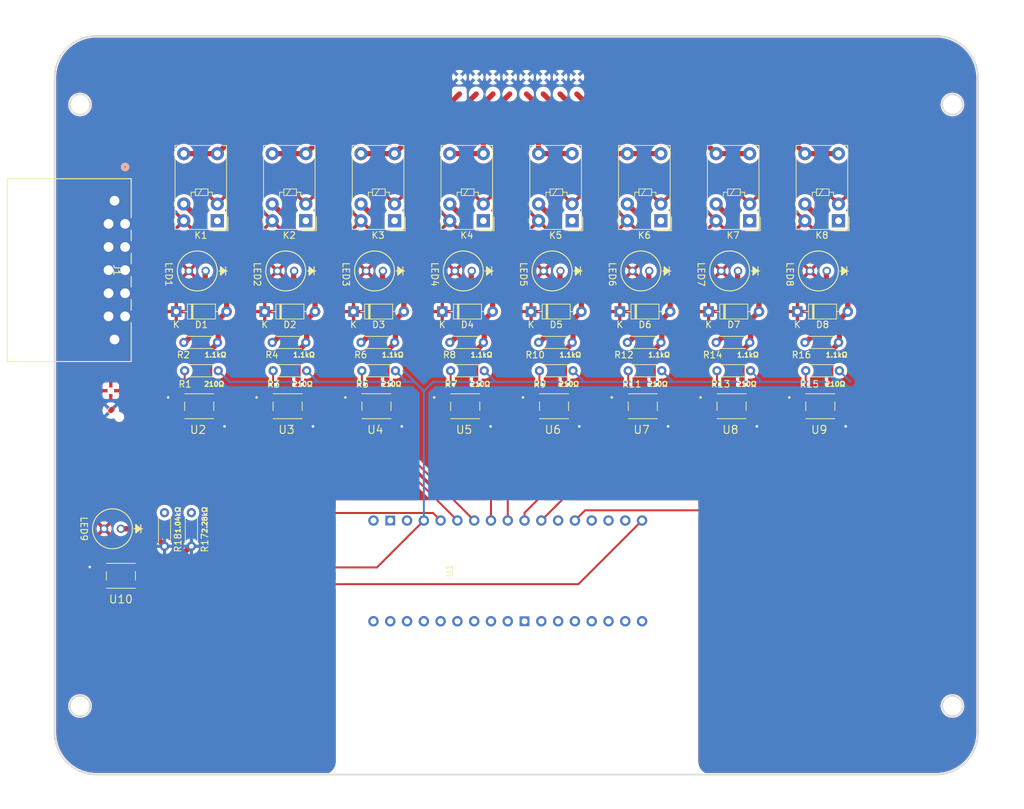
<source format=kicad_pcb>
(kicad_pcb (version 20221018) (generator pcbnew)
  (layers (0 "F.Cu" signal) (31 "B.Cu" signal) (34 "B.Paste" user) (35 "F.Paste" user) (36 "B.SilkS" user "B.Silkscreen") (37 "F.SilkS" user "F.Silkscreen") (38 "B.Mask" user) (39 "F.Mask" user) (44 "Edge.Cuts" user))
  (net 0 "")
  (net 1 "+24V")
  (net 2 "Net-(D1-A)")
  (net 3 "Net-(D2-A)")
  (net 4 "Net-(D3-A)")
  (net 5 "Net-(D4-A)")
  (net 6 "Net-(D5-A)")
  (net 7 "Net-(D6-A)")
  (net 8 "Net-(D7-A)")
  (net 9 "Net-(D8-A)")
  (net 10 "/S1")
  (net 11 "GND")
  (net 12 "/S2")
  (net 13 "/S3")
  (net 14 "/S4")
  (net 15 "/S5")
  (net 16 "/S6")
  (net 17 "/S7")
  (net 18 "/S8")
  (net 27 "Net-(LED1-Pad1)")
  (net 28 "Net-(LED2-Pad1)")
  (net 29 "Net-(LED3-Pad1)")
  (net 30 "Net-(LED4-Pad1)")
  (net 31 "Net-(LED5-Pad1)")
  (net 32 "Net-(LED6-Pad1)")
  (net 33 "Net-(LED7-Pad1)")
  (net 34 "Net-(LED8-Pad1)")
  (net 35 "/MCU 3.3v")
  (net 36 "Net-(R1-Pad2)")
  (net 37 "Net-(R3-Pad2)")
  (net 38 "Net-(R5-Pad2)")
  (net 39 "Net-(R7-Pad2)")
  (net 40 "Net-(R9-Pad2)")
  (net 41 "Net-(R11-Pad2)")
  (net 42 "Net-(R13-Pad2)")
  (net 43 "Net-(R15-Pad2)")
  (net 44 "Net-(R17-Pad1)")
  (net 48 "/IO1")
  (net 49 "/IO2")
  (net 50 "/IO3")
  (net 51 "/IO4")
  (net 52 "/IO5")
  (net 53 "/IO21")
  (net 54 "/IO0")
  (net 56 "/IO16")
  (net 60 "/IO12")
  (net 78 "Net-(LED9-Pad1)")
  (footprint "Resistor:R_Axial_DIN0204_L3.6mm_D1.6mm_P5.08mm_Horizontal-JW" (layer "F.Cu") (at 117.135785 90.27882 180)
    (fp_text reference "R3")
    (fp_text value "210Ω")
  )
  (footprint "PC365NJ0000F:PC365NJ0000F" (layer "F.Cu") (at 154.55989 95.654)
    (fp_text reference "U6")
    (fp_text value "PC365NJ0000F")
  )
  (footprint "Resistor:R_Axial_DIN0204_L3.6mm_D1.6mm_P5.08mm_Horizontal-JW" (layer "F.Cu") (at 152.23289 86.002)
    (fp_text reference "R10")
    (fp_text value "1.1kΩ")
  )
  (footprint "Resistor:R_Axial_DIN0204_L3.6mm_D1.6mm_P5.08mm_Horizontal-JW" (layer "F.Cu") (at 98.552 86.002)
    (fp_text reference "R2")
    (fp_text value "1.1kΩ")
  )
  (footprint "PC365NJ0000F:PC365NJ0000F" (layer "F.Cu") (at 89.022 121.308)
    (fp_text reference "U10")
    (fp_text value "PC365NJ0000F")
  )
  (footprint "Resistor:R_Axial_DIN0204_L3.6mm_D1.6mm_P5.08mm_Horizontal-JW" (layer "F.Cu") (at 144.001855 90.27882 180)
    (fp_text reference "R7")
    (fp_text value "210Ω")
  )
  (footprint "CreeLED Blue:C503B_BCN_CV0Z0461" (layer "F.Cu") (at 182.40096 75.184 180)
    (fp_text reference "LED7")
    (fp_text value "C503B-BCN-CV0Z0461")
  )
  (footprint "Relay_THT:Relay_SPDT_Omron_G5V-1" (layer "F.Cu") (at 184.16846 67.5915 180)
    (fp_text reference "K7")
    (fp_text value "G5V-1")
  )
  (footprint "Diode_THT:D_DO-35_SOD27_P7.62mm_Horizontal" (layer "F.Cu") (at 151.08489 81.32846)
    (fp_text reference "D5")
    (fp_text value "1N4148")
  )
  (footprint "CreeLED Blue:C503B_BCN_CV0Z0461" (layer "F.Cu") (at 168.967925 75.184 180)
    (fp_text reference "LED6")
    (fp_text value "C503B-BCN-CV0Z0461")
  )
  (footprint "CreeLED Blue:C503B_BCN_CV0Z0461" (layer "F.Cu") (at 101.854 75.184 180)
    (fp_text reference "LED1")
    (fp_text value "C503B-BCN-CV0Z0461")
  )
  (footprint "Resistor:R_Axial_DIN0204_L3.6mm_D1.6mm_P5.08mm_Horizontal-JW" (layer "F.Cu") (at 197.734 90.27882 180)
    (fp_text reference "R15")
    (fp_text value "210Ω")
  )
  (footprint "Diode_THT:D_DO-35_SOD27_P7.62mm_Horizontal" (layer "F.Cu") (at 137.651855 81.32846)
    (fp_text reference "D4")
    (fp_text value "1N4148")
  )
  (footprint "Resistor:R_Axial_DIN0204_L3.6mm_D1.6mm_P5.08mm_Horizontal-JW" (layer "F.Cu") (at 103.754 90.27882 180)
    (fp_text reference "R1")
    (fp_text value "210Ω")
  )
  (footprint "PC365NJ0000F:PC365NJ0000F" (layer "F.Cu") (at 181.42596 95.654)
    (fp_text reference "U8")
    (fp_text value "PC365NJ0000F")
  )
  (footprint "PC365NJ0000F:PC365NJ0000F" (layer "F.Cu") (at 167.992925 95.654)
    (fp_text reference "U7")
    (fp_text value "PC365NJ0000F")
  )
  (footprint "ProS3:ProS3_TH" (layer "F.Cu") (at 147.5635 120.546 90)
    (fp_text reference "U1")
    (fp_text value "ProS3")
  )
  (footprint "Resistor:R_Axial_DIN0204_L3.6mm_D1.6mm_P5.08mm_Horizontal-JW" (layer "F.Cu") (at 99.69 111.76 -90)
    (fp_text reference "R17")
    (fp_text value "2.28kΩ")
  )
  (footprint "Diode_THT:D_DO-35_SOD27_P7.62mm_Horizontal" (layer "F.Cu") (at 164.517925 81.32846)
    (fp_text reference "D6")
    (fp_text value "1N4148")
  )
  (footprint "PC365NJ0000F:PC365NJ0000F" (layer "F.Cu") (at 194.859 95.654)
    (fp_text reference "U9")
    (fp_text value "PC365NJ0000F")
  )
  (footprint "Resistor:R_Axial_DIN0204_L3.6mm_D1.6mm_P5.08mm_Horizontal-JW" (layer "F.Cu") (at 192.532 86.002)
    (fp_text reference "R16")
    (fp_text value "1.1kΩ")
  )
  (footprint "Diode_THT:D_DO-35_SOD27_P7.62mm_Horizontal" (layer "F.Cu") (at 97.404 81.32846)
    (fp_text reference "D1")
    (fp_text value "1N4148")
  )
  (footprint "Resistor:R_Axial_DIN0204_L3.6mm_D1.6mm_P5.08mm_Horizontal-JW" (layer "F.Cu") (at 95.626 111.76 -90)
    (fp_text reference "R18")
    (fp_text value "1.04kΩ")
  )
  (footprint "Resistor:R_Axial_DIN0204_L3.6mm_D1.6mm_P5.08mm_Horizontal-JW" (layer "F.Cu") (at 165.665925 86.002)
    (fp_text reference "R12")
    (fp_text value "1.1kΩ")
  )
  (footprint "Resistor:R_Axial_DIN0204_L3.6mm_D1.6mm_P5.08mm_Horizontal-JW" (layer "F.Cu") (at 170.867925 90.27882 180)
    (fp_text reference "R11")
    (fp_text value "210Ω")
  )
  (footprint "CreeLED Green:C503B_GCN_CY0C0792" (layer "F.Cu") (at 89.022 114.196 180)
    (fp_text reference "LED9")
    (fp_text value "C503B-GCN-CY0C0792")
  )
  (footprint "xw4m-10d2-h1ds:xw4m-10d2-h1ds" (layer "F.Cu") (at 89.662 68.056999 -90)
    (fp_text reference "J1")
    (fp_text value "XW4M-10D2-H1DS")
  )
  (footprint "Relay_THT:Relay_SPDT_Omron_G5V-1" (layer "F.Cu") (at 130.43632 67.5915 180)
    (fp_text reference "K3")
    (fp_text value "G5V-1")
  )
  (footprint "Relay_THT:Relay_SPDT_Omron_G5V-1" (layer "F.Cu") (at 157.30239 67.5915 180)
    (fp_text reference "K5")
    (fp_text value "G5V-1")
  )
  (footprint "PC365NJ0000F:PC365NJ0000F" (layer "F.Cu") (at 114.260785 95.654)
    (fp_text reference "U3")
    (fp_text value "PC365NJ0000F")
  )
  (footprint "PC365NJ0000F:PC365NJ0000F" (layer "F.Cu") (at 127.69382 95.654)
    (fp_text reference "U4")
    (fp_text value "PC365NJ0000F")
  )
  (footprint "Diode_THT:D_DO-35_SOD27_P7.62mm_Horizontal" (layer "F.Cu") (at 110.785785 81.32846)
    (fp_text reference "D2")
    (fp_text value "1N4148")
  )
  (footprint "Diode_THT:D_DO-35_SOD27_P7.62mm_Horizontal" (layer "F.Cu") (at 191.384 81.32846)
    (fp_text reference "D8")
    (fp_text value "1N4148")
  )
  (footprint "Diode_THT:D_DO-35_SOD27_P7.62mm_Horizontal" (layer "F.Cu") (at 177.95096 81.32846)
    (fp_text reference "D7")
    (fp_text value "1N4148")
  )
  (footprint "Relay_THT:Relay_SPDT_Omron_G5V-1" (layer "F.Cu") (at 170.735425 67.5915 180)
    (fp_text reference "K6")
    (fp_text value "G5V-1")
  )
  (footprint "CreeLED Blue:C503B_BCN_CV0Z0461" (layer "F.Cu") (at 128.66882 75.184 180)
    (fp_text reference "LED3")
    (fp_text value "C503B-BCN-CV0Z0461")
  )
  (footprint "Resistor:R_Axial_DIN0204_L3.6mm_D1.6mm_P5.08mm_Horizontal-JW" (layer "F.Cu") (at 130.56882 90.27882 180)
    (fp_text reference "R5")
    (fp_text value "210Ω")
  )
  (footprint "Resistor:R_Axial_DIN0204_L3.6mm_D1.6mm_P5.08mm_Horizontal-JW" (layer "F.Cu") (at 179.09896 86.002)
    (fp_text reference "R14")
    (fp_text value "1.1kΩ")
  )
  (footprint "PC365NJ0000F:PC365NJ0000F" (layer "F.Cu") (at 100.879 95.654)
    (fp_text reference "U2")
    (fp_text value "PC365NJ0000F")
  )
  (footprint "CreeLED Blue:C503B_BCN_CV0Z0461" (layer "F.Cu") (at 155.53489 75.184 180)
    (fp_text reference "LED5")
    (fp_text value "C503B-BCN-CV0Z0461")
  )
  (footprint "CreeLED Blue:C503B_BCN_CV0Z0461" (layer "F.Cu") (at 115.235785 75.184 180)
    (fp_text reference "LED2")
    (fp_text value "C503B-BCN-CV0Z0461")
  )
  (footprint "Resistor:R_Axial_DIN0204_L3.6mm_D1.6mm_P5.08mm_Horizontal-JW" (layer "F.Cu") (at 138.799855 86.002)
    (fp_text reference "R8")
    (fp_text value "1.1kΩ")
  )
  (footprint "CreeLED Blue:C503B_BCN_CV0Z0461" (layer "F.Cu") (at 195.834 75.184 180)
    (fp_text reference "LED8")
    (fp_text value "C503B-BCN-CV0Z0461")
  )
  (footprint "Relay_THT:Relay_SPDT_Omron_G5V-1" (layer "F.Cu") (at 103.6215 67.5915 180)
    (fp_text reference "K1")
    (fp_text value "G5V-1")
  )
  (footprint "Resistor:R_Axial_DIN0204_L3.6mm_D1.6mm_P5.08mm_Horizontal-JW" (layer "F.Cu") (at 157.43489 90.27882 180)
    (fp_text reference "R9")
    (fp_text value "210Ω")
  )
  (footprint "Resistor:R_Axial_DIN0204_L3.6mm_D1.6mm_P5.08mm_Horizontal-JW" (layer "F.Cu") (at 125.36682 86.002)
    (fp_text reference "R6")
    (fp_text value "1.1kΩ")
  )
  (footprint "Relay_THT:Relay_SPDT_Omron_G5V-1" (layer "F.Cu") (at 143.869355 67.5915 180)
    (fp_text reference "K4")
    (fp_text value "G5V-1")
  )
  (footprint "Relay_THT:Relay_SPDT_Omron_G5V-1" (layer "F.Cu") (at 117.003285 67.5915 180)
    (fp_text reference "K2")
    (fp_text value "G5V-1")
  )
  (footprint "Resistor:R_Axial_DIN0204_L3.6mm_D1.6mm_P5.08mm_Horizontal-JW" (layer "F.Cu") (at 184.30096 90.27882 180)
    (fp_text reference "R13")
    (fp_text value "210Ω")
  )
  (footprint "PC365NJ0000F:PC365NJ0000F" (layer "F.Cu") (at 141.126855 95.654)
    (fp_text reference "U5")
    (fp_text value "PC365NJ0000F")
  )
  (footprint "Diode_THT:D_DO-35_SOD27_P7.62mm_Horizontal" (layer "F.Cu") (at 124.21882 81.32846)
    (fp_text reference "D3")
    (fp_text value "1N4148")
  )
  (footprint "Resistor:R_Axial_DIN0204_L3.6mm_D1.6mm_P5.08mm_Horizontal-JW" (layer "F.Cu") (at 111.933785 86.002)
    (fp_text reference "R4")
    (fp_text value "1.1kΩ")
  )
  (footprint "Relay_THT:Relay_SPDT_Omron_G5V-1" (layer "F.Cu") (at 197.6015 67.5915 180)
    (fp_text reference "K8")
    (fp_text value "G5V-1")
  )
  (footprint "CreeLED Blue:C503B_BCN_CV0Z0461" (layer "F.Cu") (at 142.101855 75.184 180)
    (fp_text reference "LED4")
    (fp_text value "C503B-BCN-CV0Z0461")
  )
  (gr_circle locked (center 82.8421 141.0081) (end 82.8421 139.4581) (stroke (width 0.25)) (fill none) (layer "Edge.Cuts"))
  (gr_arc locked (start 218.694 145.034) (mid 216.834128 149.524128) (end 212.344 151.384) (stroke (width 0.25)) (layer "Edge.Cuts"))
  (gr_circle locked (center 214.8459 49.9999) (end 214.8459 48.4499) (stroke (width 0.25)) (fill none) (layer "Edge.Cuts"))
  (gr_arc locked (start 85.344 151.384) (mid 80.853872 149.524128) (end 78.994 145.034) (stroke (width 0.25)) (layer "Edge.Cuts"))
  (gr_line locked (start 218.694 145.034) (end 218.694 45.974) (stroke (width 0.25)) (layer "Edge.Cuts"))
  (gr_circle locked (center 82.8421 49.9999) (end 82.8421 48.4499) (stroke (width 0.25)) (fill none) (layer "Edge.Cuts"))
  (gr_circle locked (center 214.8459 141.0081) (end 214.8459 139.4581) (stroke (width 0.25)) (fill none) (layer "Edge.Cuts"))
  (gr_line locked (start 78.994 45.974) (end 78.994 145.034) (stroke (width 0.25)) (layer "Edge.Cuts"))
  (gr_arc locked (start 78.994 45.974) (mid 80.853872 41.483872) (end 85.344 39.624) (stroke (width 0.25)) (layer "Edge.Cuts"))
  (gr_line locked (start 85.344 151.384) (end 212.344 151.384) (stroke (width 0.25)) (layer "Edge.Cuts"))
  (gr_line locked (start 212.344 39.624) (end 85.344 39.624) (stroke (width 0.25)) (layer "Edge.Cuts"))
  (gr_arc locked (start 212.344 39.624) (mid 216.834128 41.483872) (end 218.694 45.974) (stroke (width 0.25)) (layer "Edge.Cuts"))
  (segment (start 98.674 67.724) (end 98.5415 67.5915) (width 0.8) (layer "F.Cu") (net 1))
  (segment (start 192.654 67.724) (end 192.5215 67.5915) (width 0.8) (layer "F.Cu") (net 1))
  (segment (start 152.35489 67.724) (end 152.22239 67.5915) (width 0.8) (layer "F.Cu") (net 1))
  (segment (start 179.22096 67.724) (end 179.08846 67.5915) (width 0.8) (layer "F.Cu") (net 1))
  (segment (start 112.055785 67.724) (end 111.923285 67.5915) (width 0.8) (layer "F.Cu") (net 1))
  (segment (start 125.48882 67.724) (end 125.35632 67.5915) (width 0.8) (layer "F.Cu") (net 1))
  (segment (start 138.921855 67.724) (end 138.789355 67.5915) (width 0.8) (layer "F.Cu") (net 1))
  (segment (start 165.787925 67.724) (end 165.655425 67.5915) (width 0.8) (layer "F.Cu") (net 1))
  (segment (start 105.024 75.588) (end 105.024 81.32846) (width 0.8) (layer "F.Cu") (net 2))
  (segment (start 102.454 92.924) (end 102.454 87.302) (width 0.8) (layer "F.Cu") (net 2))
  (segment (start 103.754 82.59846) (end 105.024 81.32846) (width 0.8) (layer "F.Cu") (net 2))
  (segment (start 103.754 86.002) (end 103.754 82.59846) (width 0.8) (layer "F.Cu") (net 2))
  (segment (start 98.5415 65.0515) (end 101.214 67.724) (width 0.8) (layer "F.Cu") (net 2))
  (segment (start 103.914 94.384) (end 102.454 92.924) (width 0.8) (layer "F.Cu") (net 2))
  (segment (start 102.454 87.302) (end 103.754 86.002) (width 0.8) (layer "F.Cu") (net 2))
  (segment (start 101.214 71.778) (end 105.024 75.588) (width 0.8) (layer "F.Cu") (net 2))
  (segment (start 101.214 67.724) (end 101.214 71.778) (width 0.8) (layer "F.Cu") (net 2))
  (segment (start 118.405785 75.588) (end 118.405785 81.32846) (width 0.8) (layer "F.Cu") (net 3))
  (segment (start 115.835785 87.302) (end 117.135785 86.002) (width 0.8) (layer "F.Cu") (net 3))
  (segment (start 114.595785 67.724) (end 114.595785 71.778) (width 0.8) (layer "F.Cu") (net 3))
  (segment (start 115.835785 92.924) (end 115.835785 87.302) (width 0.8) (layer "F.Cu") (net 3))
  (segment (start 117.295785 94.384) (end 115.835785 92.924) (width 0.8) (layer "F.Cu") (net 3))
  (segment (start 111.923285 65.0515) (end 114.595785 67.724) (width 0.8) (layer "F.Cu") (net 3))
  (segment (start 117.135785 82.59846) (end 118.405785 81.32846) (width 0.8) (layer "F.Cu") (net 3))
  (segment (start 114.595785 71.778) (end 118.405785 75.588) (width 0.8) (layer "F.Cu") (net 3))
  (segment (start 117.135785 86.002) (end 117.135785 82.59846) (width 0.8) (layer "F.Cu") (net 3))
  (segment (start 125.35632 65.0515) (end 128.02882 67.724) (width 0.8) (layer "F.Cu") (net 4))
  (segment (start 130.56882 82.59846) (end 131.83882 81.32846) (width 0.8) (layer "F.Cu") (net 4))
  (segment (start 130.56882 86.002) (end 130.56882 82.59846) (width 0.8) (layer "F.Cu") (net 4))
  (segment (start 129.26882 87.302) (end 130.56882 86.002) (width 0.8) (layer "F.Cu") (net 4))
  (segment (start 131.83882 75.588) (end 131.83882 81.32846) (width 0.8) (layer "F.Cu") (net 4))
  (segment (start 128.02882 71.778) (end 131.83882 75.588) (width 0.8) (layer "F.Cu") (net 4))
  (segment (start 129.26882 92.924) (end 129.26882 87.302) (width 0.8) (layer "F.Cu") (net 4))
  (segment (start 128.02882 67.724) (end 128.02882 71.778) (width 0.8) (layer "F.Cu") (net 4))
  (segment (start 130.72882 94.384) (end 129.26882 92.924) (width 0.8) (layer "F.Cu") (net 4))
  (segment (start 144.001855 82.59846) (end 145.271855 81.32846) (width 0.8) (layer "F.Cu") (net 5))
  (segment (start 142.701855 87.302) (end 144.001855 86.002) (width 0.8) (layer "F.Cu") (net 5))
  (segment (start 145.271855 75.588) (end 145.271855 81.32846) (width 0.8) (layer "F.Cu") (net 5))
  (segment (start 144.001855 86.002) (end 144.001855 82.59846) (width 0.8) (layer "F.Cu") (net 5))
  (segment (start 141.461855 71.778) (end 145.271855 75.588) (width 0.8) (layer "F.Cu") (net 5))
  (segment (start 142.701855 92.924) (end 142.701855 87.302) (width 0.8) (layer "F.Cu") (net 5))
  (segment (start 138.789355 65.0515) (end 141.461855 67.724) (width 0.8) (layer "F.Cu") (net 5))
  (segment (start 144.161855 94.384) (end 142.701855 92.924) (width 0.8) (layer "F.Cu") (net 5))
  (segment (start 141.461855 67.724) (end 141.461855 71.778) (width 0.8) (layer "F.Cu") (net 5))
  (segment (start 156.13489 87.302) (end 157.43489 86.002) (width 0.8) (layer "F.Cu") (net 6))
  (segment (start 157.59489 94.384) (end 156.13489 92.924) (width 0.8) (layer "F.Cu") (net 6))
  (segment (start 154.89489 71.778) (end 158.70489 75.588) (width 0.8) (layer "F.Cu") (net 6))
  (segment (start 157.43489 86.002) (end 157.43489 82.59846) (width 0.8) (layer "F.Cu") (net 6))
  (segment (start 156.13489 92.924) (end 156.13489 87.302) (width 0.8) (layer "F.Cu") (net 6))
  (segment (start 152.22239 65.0515) (end 154.89489 67.724) (width 0.8) (layer "F.Cu") (net 6))
  (segment (start 154.89489 67.724) (end 154.89489 71.778) (width 0.8) (layer "F.Cu") (net 6))
  (segment (start 158.70489 75.588) (end 158.70489 81.32846) (width 0.8) (layer "F.Cu") (net 6))
  (segment (start 157.43489 82.59846) (end 158.70489 81.32846) (width 0.8) (layer "F.Cu") (net 6))
  (segment (start 170.867925 86.002) (end 170.867925 82.59846) (width 0.8) (layer "F.Cu") (net 7))
  (segment (start 168.327925 67.724) (end 168.327925 71.778) (width 0.8) (layer "F.Cu") (net 7))
  (segment (start 171.027925 94.384) (end 169.567925 92.924) (width 0.8) (layer "F.Cu") (net 7))
  (segment (start 172.137925 75.588) (end 172.137925 81.32846) (width 0.8) (layer "F.Cu") (net 7))
  (segment (start 168.327925 71.778) (end 172.137925 75.588) (width 0.8) (layer "F.Cu") (net 7))
  (segment (start 165.655425 65.0515) (end 168.327925 67.724) (width 0.8) (layer "F.Cu") (net 7))
  (segment (start 169.567925 92.924) (end 169.567925 87.302) (width 0.8) (layer "F.Cu") (net 7))
  (segment (start 169.567925 87.302) (end 170.867925 86.002) (width 0.8) (layer "F.Cu") (net 7))
  (segment (start 170.867925 82.59846) (end 172.137925 81.32846) (width 0.8) (layer "F.Cu") (net 7))
  (segment (start 183.00096 87.302) (end 184.30096 86.002) (width 0.8) (layer "F.Cu") (net 8))
  (segment (start 183.00096 92.924) (end 183.00096 87.302) (width 0.8) (layer "F.Cu") (net 8))
  (segment (start 184.46096 94.384) (end 183.00096 92.924) (width 0.8) (layer "F.Cu") (net 8))
  (segment (start 184.30096 86.002) (end 184.30096 82.59846) (width 0.8) (layer "F.Cu") (net 8))
  (segment (start 184.30096 82.59846) (end 185.57096 81.32846) (width 0.8) (layer "F.Cu") (net 8))
  (segment (start 181.76096 71.778) (end 185.57096 75.588) (width 0.8) (layer "F.Cu") (net 8))
  (segment (start 185.57096 75.588) (end 185.57096 81.32846) (width 0.8) (layer "F.Cu") (net 8))
  (segment (start 181.76096 67.724) (end 181.76096 71.778) (width 0.8) (layer "F.Cu") (net 8))
  (segment (start 179.08846 65.0515) (end 181.76096 67.724) (width 0.8) (layer "F.Cu") (net 8))
  (segment (start 195.194 71.778) (end 199.004 75.588) (width 0.8) (layer "F.Cu") (net 9))
  (segment (start 196.434 87.302) (end 197.734 86.002) (width 0.8) (layer "F.Cu") (net 9))
  (segment (start 197.734 86.002) (end 197.734 82.59846) (width 0.8) (layer "F.Cu") (net 9))
  (segment (start 197.734 82.59846) (end 199.004 81.32846) (width 0.8) (layer "F.Cu") (net 9))
  (segment (start 195.194 67.724) (end 195.194 71.778) (width 0.8) (layer "F.Cu") (net 9))
  (segment (start 199.004 75.588) (end 199.004 81.32846) (width 0.8) (layer "F.Cu") (net 9))
  (segment (start 192.5215 65.0515) (end 195.194 67.724) (width 0.8) (layer "F.Cu") (net 9))
  (segment (start 196.434 92.924) (end 196.434 87.302) (width 0.8) (layer "F.Cu") (net 9))
  (segment (start 197.894 94.384) (end 196.434 92.924) (width 0.8) (layer "F.Cu") (net 9))
  (segment (start 98.5415 57.4315) (end 103.6215 57.4315) (width 0.8) (layer "F.Cu") (net 10))
  (segment (start 103.6215 57.4315) (end 111.119 49.934) (width 0.8) (layer "F.Cu") (net 10))
  (segment (start 111.119 49.934) (end 138.7175 49.934) (width 0.8) (layer "F.Cu") (net 10))
  (segment (start 138.7175 49.934) (end 140.2415 48.41) (width 0.8) (layer "F.Cu") (net 10))
  (segment (start 117.295785 97.907001) (end 118.090784 98.702) (width 0.8) (layer "F.Cu") (net 11))
  (segment (start 197.894 96.924) (end 197.894 97.907001) (width 0.8) (layer "F.Cu") (net 11))
  (segment (start 103.914 96.924) (end 103.914 97.907001) (width 0.8) (layer "F.Cu") (net 11))
  (segment (start 171.027925 96.924) (end 171.027925 97.907001) (width 0.8) (layer "F.Cu") (net 11))
  (segment (start 117.295785 96.924) (end 117.295785 97.907001) (width 0.8) (layer "F.Cu") (net 11))
  (segment (start 103.914 97.907001) (end 104.708999 98.702) (width 0.8) (layer "F.Cu") (net 11))
  (segment (start 197.894 97.907001) (end 198.688999 98.702) (width 0.8) (layer "F.Cu") (net 11))
  (segment (start 157.59489 96.924) (end 157.59489 97.907001) (width 0.8) (layer "F.Cu") (net 11))
  (segment (start 87.498 96.304) (end 87.678 96.124) (width 0.8) (layer "F.Cu") (net 11))
  (segment (start 130.72882 96.924) (end 130.72882 97.907001) (width 0.8) (layer "F.Cu") (net 11))
  (segment (start 157.59489 97.907001) (end 158.389889 98.702) (width 0.8) (layer "F.Cu") (net 11))
  (segment (start 144.161855 97.907001) (end 144.956854 98.702) (width 0.8) (layer "F.Cu") (net 11))
  (segment (start 184.46096 97.907001) (end 185.255959 98.702) (width 0.8) (layer "F.Cu") (net 11))
  (segment (start 130.72882 97.907001) (end 131.523819 98.702) (width 0.8) (layer "F.Cu") (net 11))
  (segment (start 171.027925 97.907001) (end 171.822924 98.702) (width 0.8) (layer "F.Cu") (net 11))
  (segment (start 144.161855 96.924) (end 144.161855 97.907001) (width 0.8) (layer "F.Cu") (net 11))
  (segment (start 184.46096 96.924) (end 184.46096 97.907001) (width 0.8) (layer "F.Cu") (net 11))
  (via (at 144.956854 98.702) (size 0.8) (drill 0.4) (layers "F.Cu" "B.Cu") (net 11))
  (via (at 158.389889 98.702) (size 0.8) (drill 0.4) (layers "F.Cu" "B.Cu") (net 11))
  (via (at 198.688999 98.702) (size 0.8) (drill 0.4) (layers "F.Cu" "B.Cu") (net 11))
  (via (at 104.708999 98.702) (size 0.8) (drill 0.4) (layers "F.Cu" "B.Cu") (net 11))
  (via (at 171.822924 98.702) (size 0.8) (drill 0.4) (layers "F.Cu" "B.Cu") (net 11))
  (via (at 118.090784 98.702) (size 0.8) (drill 0.4) (layers "F.Cu" "B.Cu") (net 11))
  (via (at 185.255959 98.702) (size 0.8) (drill 0.4) (layers "F.Cu" "B.Cu") (net 11))
  (via (at 131.523819 98.702) (size 0.8) (drill 0.4) (layers "F.Cu" "B.Cu") (net 11))
  (segment (start 117.003285 57.4315) (end 121.960785 52.474) (width 0.8) (layer "F.Cu") (net 12))
  (segment (start 111.923285 57.4315) (end 117.003285 57.4315) (width 0.8) (layer "F.Cu") (net 12))
  (segment (start 138.7175 52.474) (end 142.7815 48.41) (width 0.8) (layer "F.Cu") (net 12))
  (segment (start 121.960785 52.474) (end 138.7175 52.474) (width 0.8) (layer "F.Cu") (net 12))
  (segment (start 130.43632 57.4315) (end 133.36182 54.506) (width 0.8) (layer "F.Cu") (net 13))
  (segment (start 139.2255 54.506) (end 145.3215 48.41) (width 0.8) (layer "F.Cu") (net 13))
  (segment (start 125.35632 57.4315) (end 130.43632 57.4315) (width 0.8) (layer "F.Cu") (net 13))
  (segment (start 133.36182 54.506) (end 139.2255 54.506) (width 0.8) (layer "F.Cu") (net 13))
  (segment (start 143.869355 52.402145) (end 147.8615 48.41) (width 0.8) (layer "F.Cu") (net 14))
  (segment (start 138.789355 57.4315) (end 143.869355 57.4315) (width 0.8) (layer "F.Cu") (net 14))
  (segment (start 143.869355 57.4315) (end 143.869355 52.402145) (width 0.8) (layer "F.Cu") (net 14))
  (segment (start 152.22239 50.23089) (end 150.4015 48.41) (width 0.8) (layer "F.Cu") (net 15))
  (segment (start 152.22239 57.4315) (end 157.30239 57.4315) (width 0.8) (layer "F.Cu") (net 15))
  (segment (start 152.22239 57.4315) (end 152.22239 50.23089) (width 0.8) (layer "F.Cu") (net 15))
  (segment (start 161.963 57.4315) (end 152.9415 48.41) (width 0.8) (layer "F.Cu") (net 16))
  (segment (start 165.655425 57.4315) (end 170.735425 57.4315) (width 0.8) (layer "F.Cu") (net 16))
  (segment (start 165.655425 57.4315) (end 161.963 57.4315) (width 0.8) (layer "F.Cu") (net 16))
  (segment (start 179.08846 57.4315) (end 175.65496 53.998) (width 0.8) (layer "F.Cu") (net 17))
  (segment (start 161.0695 53.998) (end 155.4815 48.41) (width 0.8) (layer "F.Cu") (net 17))
  (segment (start 175.65496 53.998) (end 161.0695 53.998) (width 0.8) (layer "F.Cu") (net 17))
  (segment (start 179.08846 57.4315) (end 184.16846 57.4315) (width 0.8) (layer "F.Cu") (net 17))
  (segment (start 192.5215 57.4315) (end 197.6015 57.4315) (width 0.8) (layer "F.Cu") (net 18))
  (segment (start 192.5215 57.4315) (end 186.548 51.458) (width 0.8) (layer "F.Cu") (net 18))
  (segment (start 161.0695 51.458) (end 158.0215 48.41) (width 0.8) (layer "F.Cu") (net 18))
  (segment (start 186.548 51.458) (end 161.0695 51.458) (width 0.8) (layer "F.Cu") (net 18))
  (segment (start 101.7855 82.8905) (end 101.7855 75.184) (width 0.8) (layer "F.Cu") (net 27))
  (segment (start 98.674 86.002) (end 101.7855 82.8905) (width 0.8) (layer "F.Cu") (net 27))
  (segment (start 115.167285 82.8905) (end 115.167285 75.184) (width 0.8) (layer "F.Cu") (net 28))
  (segment (start 112.055785 86.002) (end 115.167285 82.8905) (width 0.8) (layer "F.Cu") (net 28))
  (segment (start 125.48882 86.002) (end 128.60032 82.8905) (width 0.8) (layer "F.Cu") (net 29))
  (segment (start 128.60032 82.8905) (end 128.60032 75.184) (width 0.8) (layer "F.Cu") (net 29))
  (segment (start 138.921855 86.002) (end 142.033355 82.8905) (width 0.8) (layer "F.Cu") (net 30))
  (segment (start 142.033355 82.8905) (end 142.033355 75.184) (width 0.8) (layer "F.Cu") (net 30))
  (segment (start 152.35489 86.002) (end 155.46639 82.8905) (width 0.8) (layer "F.Cu") (net 31))
  (segment (start 155.46639 82.8905) (end 155.46639 75.184) (width 0.8) (layer "F.Cu") (net 31))
  (segment (start 165.787925 86.002) (end 168.899425 82.8905) (width 0.8) (layer "F.Cu") (net 32))
  (segment (start 168.899425 82.8905) (end 168.899425 75.184) (width 0.8) (layer "F.Cu") (net 32))
  (segment (start 179.22096 86.002) (end 182.33246 82.8905) (width 0.8) (layer "F.Cu") (net 33))
  (segment (start 182.33246 82.8905) (end 182.33246 75.184) (width 0.8) (layer "F.Cu") (net 33))
  (segment (start 192.654 86.002) (end 195.7655 82.8905) (width 0.8) (layer "F.Cu") (net 34))
  (segment (start 195.7655 82.8905) (end 195.7655 75.184) (width 0.8) (layer "F.Cu") (net 34))
  (segment (start 92.057 120.038) (end 127.7715 120.038) (width 0.3) (layer "F.Cu") (net 35))
  (segment (start 127.7715 120.038) (end 134.8635 112.946) (width 0.3) (layer "F.Cu") (net 35))
  (segment (start 155.74821 91.9655) (end 169.181245 91.9655) (width 0.3) (layer "B.Cu") (net 35))
  (segment (start 136.266 91.9655) (end 142.315175 91.9655) (width 0.3) (layer "B.Cu") (net 35))
  (segment (start 145.688535 91.9655) (end 144.001855 90.27882) (width 0.3) (layer "B.Cu") (net 35))
  (segment (start 133.40575 91.91025) (end 131.77432 90.27882) (width 0.3) (layer "B.Cu") (net 35))
  (segment (start 133.3505 91.9655) (end 133.40575 91.91025) (width 0.3) (layer "B.Cu") (net 35))
  (segment (start 134.8635 93.368) (end 136.266 91.9655) (width 0.3) (layer "B.Cu") (net 35))
  (segment (start 134.8635 112.946) (end 134.8635 93.876) (width 0.3) (layer "B.Cu") (net 35))
  (segment (start 185.98764 91.9655) (end 184.30096 90.27882) (width 0.3) (layer "B.Cu") (net 35))
  (segment (start 118.822465 91.9655) (end 133.3505 91.9655) (width 0.3) (layer "B.Cu") (net 35))
  (segment (start 118.822465 91.9655) (end 105.44068 91.9655) (width 0.3) (layer "B.Cu") (net 35))
  (segment (start 105.44068 91.9655) (end 103.754 90.27882) (width 0.3) (layer "B.Cu") (net 35))
  (segment (start 134.8635 93.876) (end 134.8635 93.368) (width 0.3) (layer "B.Cu") (net 35))
  (segment (start 159.12157 91.9655) (end 157.43489 90.27882) (width 0.3) (layer "B.Cu") (net 35))
  (segment (start 199.42068 91.9655) (end 197.734 90.27882) (width 0.3) (layer "B.Cu") (net 35))
  (segment (start 172.554605 91.9655) (end 170.867925 90.27882) (width 0.3) (layer "B.Cu") (net 35))
  (segment (start 118.822465 91.9655) (end 117.135785 90.27882) (width 0.3) (layer "B.Cu") (net 35))
  (segment (start 142.315175 91.9655) (end 155.74821 91.9655) (width 0.3) (layer "B.Cu") (net 35))
  (segment (start 132.2555 91.9655) (end 130.56882 90.27882) (width 0.3) (layer "B.Cu") (net 35))
  (segment (start 182.61428 91.9655) (end 196.04732 91.9655) (width 0.3) (layer "B.Cu") (net 35))
  (segment (start 169.181245 91.9655) (end 182.61428 91.9655) (width 0.3) (layer "B.Cu") (net 35))
  (segment (start 134.8635 93.368) (end 133.40575 91.91025) (width 0.3) (layer "B.Cu") (net 35))
  (segment (start 97.844 94.384) (end 98.674 93.554) (width 0.3) (layer "F.Cu") (net 36))
  (segment (start 98.674 93.554) (end 98.674 90.27882) (width 0.3) (layer "F.Cu") (net 36))
  (segment (start 111.225785 94.384) (end 112.055785 93.554) (width 0.3) (layer "F.Cu") (net 37))
  (segment (start 112.055785 93.554) (end 112.055785 90.27882) (width 0.3) (layer "F.Cu") (net 37))
  (segment (start 125.48882 93.554) (end 125.48882 90.27882) (width 0.3) (layer "F.Cu") (net 38))
  (segment (start 124.65882 94.384) (end 125.48882 93.554) (width 0.3) (layer "F.Cu") (net 38))
  (segment (start 138.921855 93.554) (end 138.921855 90.27882) (width 0.3) (layer "F.Cu") (net 39))
  (segment (start 138.091855 94.384) (end 138.921855 93.554) (width 0.3) (layer "F.Cu") (net 39))
  (segment (start 151.52489 94.384) (end 152.35489 93.554) (width 0.3) (layer "F.Cu") (net 40))
  (segment (start 152.35489 93.554) (end 152.35489 90.27882) (width 0.3) (layer "F.Cu") (net 40))
  (segment (start 164.957925 94.384) (end 165.787925 93.554) (width 0.3) (layer "F.Cu") (net 41))
  (segment (start 165.787925 93.554) (end 165.787925 90.27882) (width 0.3) (layer "F.Cu") (net 41))
  (segment (start 178.39096 94.384) (end 179.22096 93.554) (width 0.3) (layer "F.Cu") (net 42))
  (segment (start 179.22096 93.554) (end 179.22096 90.27882) (width 0.3) (layer "F.Cu") (net 42))
  (segment (start 191.824 94.384) (end 192.654 93.554) (width 0.3) (layer "F.Cu") (net 43))
  (segment (start 192.654 93.554) (end 192.654 90.27882) (width 0.3) (layer "F.Cu") (net 43))
  (segment (start 89.797 118.768) (end 97.658 118.768) (width 0.8) (layer "F.Cu") (net 44))
  (segment (start 85.987 122.578) (end 89.797 118.768) (width 0.8) (layer "F.Cu") (net 44))
  (segment (start 97.658 118.768) (end 99.69 116.736) (width 0.8) (layer "F.Cu") (net 44))
  (segment (start 97.844 96.924) (end 112.7286 111.8086) (width 0.3) (layer "F.Cu") (net 48))
  (segment (start 112.7286 111.8086) (end 136.2661 111.8086) (width 0.3) (layer "F.Cu") (net 48))
  (segment (start 136.2661 111.8086) (end 137.4035 112.946) (width 0.3) (layer "F.Cu") (net 48))
  (segment (start 133.8275 106.83) (end 139.9435 112.946) (width 0.3) (layer "F.Cu") (net 49))
  (segment (start 111.225785 96.924) (end 121.131785 106.83) (width 0.3) (layer "F.Cu") (net 49))
  (segment (start 121.131785 106.83) (end 133.8275 106.83) (width 0.3) (layer "F.Cu") (net 49))
  (segment (start 126.4615 96.924) (end 142.4835 112.946) (width 0.3) (layer "F.Cu") (net 50))
  (segment (start 145.0235 103.855645) (end 145.0235 112.946) (width 0.3) (layer "F.Cu") (net 51))
  (segment (start 138.091855 96.924) (end 145.0235 103.855645) (width 0.3) (layer "F.Cu") (net 51))
  (segment (start 147.5635 100.88539) (end 147.5635 112.946) (width 0.3) (layer "F.Cu") (net 52))
  (segment (start 151.52489 96.924) (end 147.5635 100.88539) (width 0.3) (layer "F.Cu") (net 52))
  (segment (start 150.1035 111.778425) (end 150.1035 112.946) (width 0.3) (layer "F.Cu") (net 53))
  (segment (start 164.957925 96.924) (end 150.1035 111.778425) (width 0.3) (layer "F.Cu") (net 53))
  (segment (start 166.96096 108.354) (end 157.2355 108.354) (width 0.3) (layer "F.Cu") (net 54))
  (segment (start 178.39096 96.924) (end 166.96096 108.354) (width 0.3) (layer "F.Cu") (net 54))
  (segment (start 157.2355 108.354) (end 152.6435 112.946) (width 0.3) (layer "F.Cu") (net 54))
  (segment (start 159.2675 111.402) (end 157.7235 112.946) (width 0.3) (layer "F.Cu") (net 56))
  (segment (start 177.346 111.402) (end 159.2675 111.402) (width 0.3) (layer "F.Cu") (net 56))
  (segment (start 191.824 96.924) (end 177.346 111.402) (width 0.3) (layer "F.Cu") (net 56))
  (segment (start 167.8835 112.946) (end 158.2515 122.578) (width 0.3) (layer "F.Cu") (net 60))
  (segment (start 158.2515 122.578) (end 92.057 122.578) (width 0.3) (layer "F.Cu") (net 60))
  (segment (start 93.086 114.196) (end 95.626 116.736) (width 0.8) (layer "F.Cu") (net 78))
  (segment (start 89.022 114.196) (end 93.086 114.196) (width 0.8) (layer "F.Cu") (net 78))
  (zone (net 1) (net_name "+24V") (layer "F.Cu") (priority 2) (connect_pads (clearance 0.5)) (min_thickness 0.25) (fill yes (thermal_gap 0.5) (thermal_bridge_width 0.5) (smoothing fillet) (radius 2))
    (polygon (pts (xy 225.674 156.614) (xy 176.398 156.614) (xy 176.398 109.878) (xy 121.534 109.878) (xy 121.534 156.614) (xy 70.734 156.614) (xy 71.242 34.186) (xy 225.674 34.186)))
  )
  (zone (net 11) (net_name "GND") (layer "B.Cu") (connect_pads (clearance 0.5)) (min_thickness 0.25) (fill yes (thermal_gap 0.5) (thermal_bridge_width 0.5) (smoothing fillet) (radius 2))
    (polygon (pts (xy 225.674 156.614) (xy 176.398 156.614) (xy 176.398 109.878) (xy 121.534 109.878) (xy 121.534 156.614) (xy 70.734 156.614) (xy 71.242 34.186) (xy 225.674 34.186)))
  )
)
</source>
